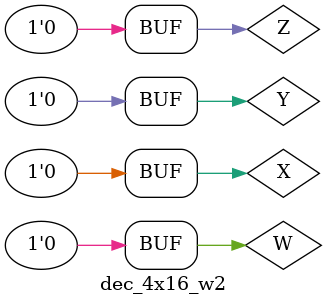
<source format=v>
`timescale 1ns / 1ps


module dec_4x16_w2;

	// Inputs
	reg X;
	reg Y;
	reg Z;
	reg W;

	// Outputs
	wire [15:0] D;

	// Instantiate the Unit Under Test (UUT)
	dec_4x16_w_fault2 uut (
		.D(D), 
		.X(X), 
		.Y(Y), 
		.Z(Z), 
		.W(W)
	);

	initial begin
		// Initialize Inputs
		X = 0;
		Y = 0;
		Z = 0;
		W = 0;

		// Wait 100 ns for global reset to finish
		#100;
        
		// Add stimulus here

	end
      
endmodule


</source>
